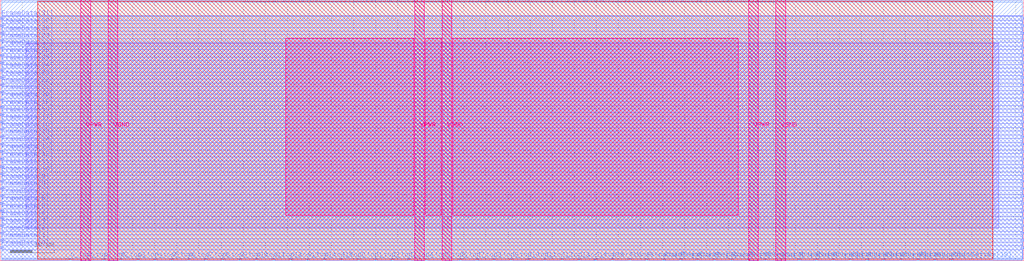
<source format=lef>
VERSION 5.7 ;
  NOWIREEXTENSIONATPIN ON ;
  DIVIDERCHAR "/" ;
  BUSBITCHARS "[]" ;
MACRO S_CPU_IF
  CLASS BLOCK ;
  FOREIGN S_CPU_IF ;
  ORIGIN 0.000 0.000 ;
  SIZE 231.840 BY 59.220 ;
  PIN Co
    DIRECTION OUTPUT ;
    USE SIGNAL ;
    ANTENNADIFFAREA 0.299200 ;
    PORT
      LAYER Metal3 ;
        RECT 104.920 58.820 105.320 59.220 ;
    END
  END Co
  PIN FrameData[0]
    DIRECTION INPUT ;
    USE SIGNAL ;
    ANTENNAGATEAREA 0.180700 ;
    PORT
      LAYER Metal2 ;
        RECT 0.000 2.740 0.450 3.140 ;
    END
  END FrameData[0]
  PIN FrameData[10]
    DIRECTION INPUT ;
    USE SIGNAL ;
    ANTENNAGATEAREA 0.180700 ;
    PORT
      LAYER Metal2 ;
        RECT 0.000 19.540 0.450 19.940 ;
    END
  END FrameData[10]
  PIN FrameData[11]
    DIRECTION INPUT ;
    USE SIGNAL ;
    ANTENNAGATEAREA 0.180700 ;
    PORT
      LAYER Metal2 ;
        RECT 0.000 21.220 0.450 21.620 ;
    END
  END FrameData[11]
  PIN FrameData[12]
    DIRECTION INPUT ;
    USE SIGNAL ;
    ANTENNAGATEAREA 0.180700 ;
    PORT
      LAYER Metal2 ;
        RECT 0.000 22.900 0.450 23.300 ;
    END
  END FrameData[12]
  PIN FrameData[13]
    DIRECTION INPUT ;
    USE SIGNAL ;
    ANTENNAGATEAREA 0.180700 ;
    PORT
      LAYER Metal2 ;
        RECT 0.000 24.580 0.450 24.980 ;
    END
  END FrameData[13]
  PIN FrameData[14]
    DIRECTION INPUT ;
    USE SIGNAL ;
    ANTENNAGATEAREA 0.180700 ;
    PORT
      LAYER Metal2 ;
        RECT 0.000 26.260 0.450 26.660 ;
    END
  END FrameData[14]
  PIN FrameData[15]
    DIRECTION INPUT ;
    USE SIGNAL ;
    ANTENNAGATEAREA 0.180700 ;
    PORT
      LAYER Metal2 ;
        RECT 0.000 27.940 0.450 28.340 ;
    END
  END FrameData[15]
  PIN FrameData[16]
    DIRECTION INPUT ;
    USE SIGNAL ;
    ANTENNAGATEAREA 0.180700 ;
    PORT
      LAYER Metal2 ;
        RECT 0.000 29.620 0.450 30.020 ;
    END
  END FrameData[16]
  PIN FrameData[17]
    DIRECTION INPUT ;
    USE SIGNAL ;
    ANTENNAGATEAREA 0.180700 ;
    PORT
      LAYER Metal2 ;
        RECT 0.000 31.300 0.450 31.700 ;
    END
  END FrameData[17]
  PIN FrameData[18]
    DIRECTION INPUT ;
    USE SIGNAL ;
    ANTENNAGATEAREA 0.180700 ;
    PORT
      LAYER Metal2 ;
        RECT 0.000 32.980 0.450 33.380 ;
    END
  END FrameData[18]
  PIN FrameData[19]
    DIRECTION INPUT ;
    USE SIGNAL ;
    ANTENNAGATEAREA 0.180700 ;
    PORT
      LAYER Metal2 ;
        RECT 0.000 34.660 0.450 35.060 ;
    END
  END FrameData[19]
  PIN FrameData[1]
    DIRECTION INPUT ;
    USE SIGNAL ;
    ANTENNAGATEAREA 0.180700 ;
    PORT
      LAYER Metal2 ;
        RECT 0.000 4.420 0.450 4.820 ;
    END
  END FrameData[1]
  PIN FrameData[20]
    DIRECTION INPUT ;
    USE SIGNAL ;
    ANTENNAGATEAREA 0.180700 ;
    PORT
      LAYER Metal2 ;
        RECT 0.000 36.340 0.450 36.740 ;
    END
  END FrameData[20]
  PIN FrameData[21]
    DIRECTION INPUT ;
    USE SIGNAL ;
    ANTENNAGATEAREA 0.180700 ;
    PORT
      LAYER Metal2 ;
        RECT 0.000 38.020 0.450 38.420 ;
    END
  END FrameData[21]
  PIN FrameData[22]
    DIRECTION INPUT ;
    USE SIGNAL ;
    ANTENNAGATEAREA 0.180700 ;
    PORT
      LAYER Metal2 ;
        RECT 0.000 39.700 0.450 40.100 ;
    END
  END FrameData[22]
  PIN FrameData[23]
    DIRECTION INPUT ;
    USE SIGNAL ;
    ANTENNAGATEAREA 0.180700 ;
    PORT
      LAYER Metal2 ;
        RECT 0.000 41.380 0.450 41.780 ;
    END
  END FrameData[23]
  PIN FrameData[24]
    DIRECTION INPUT ;
    USE SIGNAL ;
    ANTENNAGATEAREA 0.180700 ;
    PORT
      LAYER Metal2 ;
        RECT 0.000 43.060 0.450 43.460 ;
    END
  END FrameData[24]
  PIN FrameData[25]
    DIRECTION INPUT ;
    USE SIGNAL ;
    ANTENNAGATEAREA 0.180700 ;
    PORT
      LAYER Metal2 ;
        RECT 0.000 44.740 0.450 45.140 ;
    END
  END FrameData[25]
  PIN FrameData[26]
    DIRECTION INPUT ;
    USE SIGNAL ;
    ANTENNAGATEAREA 0.180700 ;
    PORT
      LAYER Metal2 ;
        RECT 0.000 46.420 0.450 46.820 ;
    END
  END FrameData[26]
  PIN FrameData[27]
    DIRECTION INPUT ;
    USE SIGNAL ;
    ANTENNAGATEAREA 0.180700 ;
    PORT
      LAYER Metal2 ;
        RECT 0.000 48.100 0.450 48.500 ;
    END
  END FrameData[27]
  PIN FrameData[28]
    DIRECTION INPUT ;
    USE SIGNAL ;
    ANTENNAGATEAREA 0.180700 ;
    PORT
      LAYER Metal2 ;
        RECT 0.000 49.780 0.450 50.180 ;
    END
  END FrameData[28]
  PIN FrameData[29]
    DIRECTION INPUT ;
    USE SIGNAL ;
    ANTENNAGATEAREA 0.180700 ;
    PORT
      LAYER Metal2 ;
        RECT 0.000 51.460 0.450 51.860 ;
    END
  END FrameData[29]
  PIN FrameData[2]
    DIRECTION INPUT ;
    USE SIGNAL ;
    ANTENNAGATEAREA 0.180700 ;
    PORT
      LAYER Metal2 ;
        RECT 0.000 6.100 0.450 6.500 ;
    END
  END FrameData[2]
  PIN FrameData[30]
    DIRECTION INPUT ;
    USE SIGNAL ;
    ANTENNAGATEAREA 0.180700 ;
    PORT
      LAYER Metal2 ;
        RECT 0.000 53.140 0.450 53.540 ;
    END
  END FrameData[30]
  PIN FrameData[31]
    DIRECTION INPUT ;
    USE SIGNAL ;
    ANTENNAGATEAREA 0.180700 ;
    PORT
      LAYER Metal2 ;
        RECT 0.000 54.820 0.450 55.220 ;
    END
  END FrameData[31]
  PIN FrameData[3]
    DIRECTION INPUT ;
    USE SIGNAL ;
    ANTENNAGATEAREA 0.180700 ;
    PORT
      LAYER Metal2 ;
        RECT 0.000 7.780 0.450 8.180 ;
    END
  END FrameData[3]
  PIN FrameData[4]
    DIRECTION INPUT ;
    USE SIGNAL ;
    ANTENNAGATEAREA 0.180700 ;
    PORT
      LAYER Metal2 ;
        RECT 0.000 9.460 0.450 9.860 ;
    END
  END FrameData[4]
  PIN FrameData[5]
    DIRECTION INPUT ;
    USE SIGNAL ;
    ANTENNAGATEAREA 0.180700 ;
    PORT
      LAYER Metal2 ;
        RECT 0.000 11.140 0.450 11.540 ;
    END
  END FrameData[5]
  PIN FrameData[6]
    DIRECTION INPUT ;
    USE SIGNAL ;
    ANTENNAGATEAREA 0.180700 ;
    PORT
      LAYER Metal2 ;
        RECT 0.000 12.820 0.450 13.220 ;
    END
  END FrameData[6]
  PIN FrameData[7]
    DIRECTION INPUT ;
    USE SIGNAL ;
    ANTENNAGATEAREA 0.180700 ;
    PORT
      LAYER Metal2 ;
        RECT 0.000 14.500 0.450 14.900 ;
    END
  END FrameData[7]
  PIN FrameData[8]
    DIRECTION INPUT ;
    USE SIGNAL ;
    ANTENNAGATEAREA 0.180700 ;
    PORT
      LAYER Metal2 ;
        RECT 0.000 16.180 0.450 16.580 ;
    END
  END FrameData[8]
  PIN FrameData[9]
    DIRECTION INPUT ;
    USE SIGNAL ;
    ANTENNAGATEAREA 0.180700 ;
    PORT
      LAYER Metal2 ;
        RECT 0.000 17.860 0.450 18.260 ;
    END
  END FrameData[9]
  PIN FrameData_O[0]
    DIRECTION OUTPUT ;
    USE SIGNAL ;
    ANTENNADIFFAREA 0.654800 ;
    PORT
      LAYER Metal2 ;
        RECT 231.390 2.740 231.840 3.140 ;
    END
  END FrameData_O[0]
  PIN FrameData_O[10]
    DIRECTION OUTPUT ;
    USE SIGNAL ;
    ANTENNADIFFAREA 0.654800 ;
    PORT
      LAYER Metal2 ;
        RECT 231.390 19.540 231.840 19.940 ;
    END
  END FrameData_O[10]
  PIN FrameData_O[11]
    DIRECTION OUTPUT ;
    USE SIGNAL ;
    ANTENNADIFFAREA 0.654800 ;
    PORT
      LAYER Metal2 ;
        RECT 231.390 21.220 231.840 21.620 ;
    END
  END FrameData_O[11]
  PIN FrameData_O[12]
    DIRECTION OUTPUT ;
    USE SIGNAL ;
    ANTENNADIFFAREA 0.654800 ;
    PORT
      LAYER Metal2 ;
        RECT 231.390 22.900 231.840 23.300 ;
    END
  END FrameData_O[12]
  PIN FrameData_O[13]
    DIRECTION OUTPUT ;
    USE SIGNAL ;
    ANTENNADIFFAREA 0.654800 ;
    PORT
      LAYER Metal2 ;
        RECT 231.390 24.580 231.840 24.980 ;
    END
  END FrameData_O[13]
  PIN FrameData_O[14]
    DIRECTION OUTPUT ;
    USE SIGNAL ;
    ANTENNADIFFAREA 0.654800 ;
    PORT
      LAYER Metal2 ;
        RECT 231.390 26.260 231.840 26.660 ;
    END
  END FrameData_O[14]
  PIN FrameData_O[15]
    DIRECTION OUTPUT ;
    USE SIGNAL ;
    ANTENNADIFFAREA 0.654800 ;
    PORT
      LAYER Metal2 ;
        RECT 231.390 27.940 231.840 28.340 ;
    END
  END FrameData_O[15]
  PIN FrameData_O[16]
    DIRECTION OUTPUT ;
    USE SIGNAL ;
    ANTENNADIFFAREA 0.654800 ;
    PORT
      LAYER Metal2 ;
        RECT 231.390 29.620 231.840 30.020 ;
    END
  END FrameData_O[16]
  PIN FrameData_O[17]
    DIRECTION OUTPUT ;
    USE SIGNAL ;
    ANTENNADIFFAREA 0.654800 ;
    PORT
      LAYER Metal2 ;
        RECT 231.390 31.300 231.840 31.700 ;
    END
  END FrameData_O[17]
  PIN FrameData_O[18]
    DIRECTION OUTPUT ;
    USE SIGNAL ;
    ANTENNADIFFAREA 0.654800 ;
    PORT
      LAYER Metal2 ;
        RECT 231.390 32.980 231.840 33.380 ;
    END
  END FrameData_O[18]
  PIN FrameData_O[19]
    DIRECTION OUTPUT ;
    USE SIGNAL ;
    ANTENNADIFFAREA 0.654800 ;
    PORT
      LAYER Metal2 ;
        RECT 231.390 34.660 231.840 35.060 ;
    END
  END FrameData_O[19]
  PIN FrameData_O[1]
    DIRECTION OUTPUT ;
    USE SIGNAL ;
    ANTENNADIFFAREA 0.654800 ;
    PORT
      LAYER Metal2 ;
        RECT 231.390 4.420 231.840 4.820 ;
    END
  END FrameData_O[1]
  PIN FrameData_O[20]
    DIRECTION OUTPUT ;
    USE SIGNAL ;
    ANTENNADIFFAREA 0.654800 ;
    PORT
      LAYER Metal2 ;
        RECT 231.390 36.340 231.840 36.740 ;
    END
  END FrameData_O[20]
  PIN FrameData_O[21]
    DIRECTION OUTPUT ;
    USE SIGNAL ;
    ANTENNADIFFAREA 0.654800 ;
    PORT
      LAYER Metal2 ;
        RECT 231.390 38.020 231.840 38.420 ;
    END
  END FrameData_O[21]
  PIN FrameData_O[22]
    DIRECTION OUTPUT ;
    USE SIGNAL ;
    ANTENNADIFFAREA 0.654800 ;
    PORT
      LAYER Metal2 ;
        RECT 231.390 39.700 231.840 40.100 ;
    END
  END FrameData_O[22]
  PIN FrameData_O[23]
    DIRECTION OUTPUT ;
    USE SIGNAL ;
    ANTENNADIFFAREA 0.654800 ;
    PORT
      LAYER Metal2 ;
        RECT 231.390 41.380 231.840 41.780 ;
    END
  END FrameData_O[23]
  PIN FrameData_O[24]
    DIRECTION OUTPUT ;
    USE SIGNAL ;
    ANTENNADIFFAREA 0.654800 ;
    PORT
      LAYER Metal2 ;
        RECT 231.390 43.060 231.840 43.460 ;
    END
  END FrameData_O[24]
  PIN FrameData_O[25]
    DIRECTION OUTPUT ;
    USE SIGNAL ;
    ANTENNADIFFAREA 0.654800 ;
    PORT
      LAYER Metal2 ;
        RECT 231.390 44.740 231.840 45.140 ;
    END
  END FrameData_O[25]
  PIN FrameData_O[26]
    DIRECTION OUTPUT ;
    USE SIGNAL ;
    ANTENNADIFFAREA 0.654800 ;
    PORT
      LAYER Metal2 ;
        RECT 231.390 46.420 231.840 46.820 ;
    END
  END FrameData_O[26]
  PIN FrameData_O[27]
    DIRECTION OUTPUT ;
    USE SIGNAL ;
    ANTENNADIFFAREA 0.654800 ;
    PORT
      LAYER Metal2 ;
        RECT 231.390 48.100 231.840 48.500 ;
    END
  END FrameData_O[27]
  PIN FrameData_O[28]
    DIRECTION OUTPUT ;
    USE SIGNAL ;
    ANTENNADIFFAREA 0.654800 ;
    PORT
      LAYER Metal2 ;
        RECT 231.390 49.780 231.840 50.180 ;
    END
  END FrameData_O[28]
  PIN FrameData_O[29]
    DIRECTION OUTPUT ;
    USE SIGNAL ;
    ANTENNADIFFAREA 0.654800 ;
    PORT
      LAYER Metal2 ;
        RECT 231.390 51.460 231.840 51.860 ;
    END
  END FrameData_O[29]
  PIN FrameData_O[2]
    DIRECTION OUTPUT ;
    USE SIGNAL ;
    ANTENNADIFFAREA 0.654800 ;
    PORT
      LAYER Metal2 ;
        RECT 231.390 6.100 231.840 6.500 ;
    END
  END FrameData_O[2]
  PIN FrameData_O[30]
    DIRECTION OUTPUT ;
    USE SIGNAL ;
    ANTENNADIFFAREA 0.654800 ;
    PORT
      LAYER Metal2 ;
        RECT 231.390 53.140 231.840 53.540 ;
    END
  END FrameData_O[30]
  PIN FrameData_O[31]
    DIRECTION OUTPUT ;
    USE SIGNAL ;
    ANTENNADIFFAREA 0.654800 ;
    PORT
      LAYER Metal2 ;
        RECT 231.390 54.820 231.840 55.220 ;
    END
  END FrameData_O[31]
  PIN FrameData_O[3]
    DIRECTION OUTPUT ;
    USE SIGNAL ;
    ANTENNADIFFAREA 0.654800 ;
    PORT
      LAYER Metal2 ;
        RECT 231.390 7.780 231.840 8.180 ;
    END
  END FrameData_O[3]
  PIN FrameData_O[4]
    DIRECTION OUTPUT ;
    USE SIGNAL ;
    ANTENNADIFFAREA 0.654800 ;
    PORT
      LAYER Metal2 ;
        RECT 231.390 9.460 231.840 9.860 ;
    END
  END FrameData_O[4]
  PIN FrameData_O[5]
    DIRECTION OUTPUT ;
    USE SIGNAL ;
    ANTENNADIFFAREA 0.654800 ;
    PORT
      LAYER Metal2 ;
        RECT 231.390 11.140 231.840 11.540 ;
    END
  END FrameData_O[5]
  PIN FrameData_O[6]
    DIRECTION OUTPUT ;
    USE SIGNAL ;
    ANTENNADIFFAREA 0.654800 ;
    PORT
      LAYER Metal2 ;
        RECT 231.390 12.820 231.840 13.220 ;
    END
  END FrameData_O[6]
  PIN FrameData_O[7]
    DIRECTION OUTPUT ;
    USE SIGNAL ;
    ANTENNADIFFAREA 0.654800 ;
    PORT
      LAYER Metal2 ;
        RECT 231.390 14.500 231.840 14.900 ;
    END
  END FrameData_O[7]
  PIN FrameData_O[8]
    DIRECTION OUTPUT ;
    USE SIGNAL ;
    ANTENNADIFFAREA 0.654800 ;
    PORT
      LAYER Metal2 ;
        RECT 231.390 16.180 231.840 16.580 ;
    END
  END FrameData_O[8]
  PIN FrameData_O[9]
    DIRECTION OUTPUT ;
    USE SIGNAL ;
    ANTENNADIFFAREA 0.654800 ;
    PORT
      LAYER Metal2 ;
        RECT 231.390 17.860 231.840 18.260 ;
    END
  END FrameData_O[9]
  PIN FrameStrobe[0]
    DIRECTION INPUT ;
    USE SIGNAL ;
    ANTENNAGATEAREA 0.180700 ;
    PORT
      LAYER Metal3 ;
        RECT 142.360 0.000 142.760 0.400 ;
    END
  END FrameStrobe[0]
  PIN FrameStrobe[10]
    DIRECTION INPUT ;
    USE SIGNAL ;
    ANTENNAGATEAREA 0.180700 ;
    PORT
      LAYER Metal3 ;
        RECT 180.760 0.000 181.160 0.400 ;
    END
  END FrameStrobe[10]
  PIN FrameStrobe[11]
    DIRECTION INPUT ;
    USE SIGNAL ;
    ANTENNAGATEAREA 0.180700 ;
    PORT
      LAYER Metal3 ;
        RECT 184.600 0.000 185.000 0.400 ;
    END
  END FrameStrobe[11]
  PIN FrameStrobe[12]
    DIRECTION INPUT ;
    USE SIGNAL ;
    ANTENNAGATEAREA 0.180700 ;
    PORT
      LAYER Metal3 ;
        RECT 188.440 0.000 188.840 0.400 ;
    END
  END FrameStrobe[12]
  PIN FrameStrobe[13]
    DIRECTION INPUT ;
    USE SIGNAL ;
    ANTENNAGATEAREA 0.180700 ;
    PORT
      LAYER Metal3 ;
        RECT 192.280 0.000 192.680 0.400 ;
    END
  END FrameStrobe[13]
  PIN FrameStrobe[14]
    DIRECTION INPUT ;
    USE SIGNAL ;
    ANTENNAGATEAREA 0.180700 ;
    PORT
      LAYER Metal3 ;
        RECT 196.120 0.000 196.520 0.400 ;
    END
  END FrameStrobe[14]
  PIN FrameStrobe[15]
    DIRECTION INPUT ;
    USE SIGNAL ;
    ANTENNAGATEAREA 0.180700 ;
    PORT
      LAYER Metal3 ;
        RECT 199.960 0.000 200.360 0.400 ;
    END
  END FrameStrobe[15]
  PIN FrameStrobe[16]
    DIRECTION INPUT ;
    USE SIGNAL ;
    ANTENNAGATEAREA 0.180700 ;
    PORT
      LAYER Metal3 ;
        RECT 203.800 0.000 204.200 0.400 ;
    END
  END FrameStrobe[16]
  PIN FrameStrobe[17]
    DIRECTION INPUT ;
    USE SIGNAL ;
    ANTENNAGATEAREA 0.180700 ;
    PORT
      LAYER Metal3 ;
        RECT 207.640 0.000 208.040 0.400 ;
    END
  END FrameStrobe[17]
  PIN FrameStrobe[18]
    DIRECTION INPUT ;
    USE SIGNAL ;
    ANTENNAGATEAREA 0.180700 ;
    PORT
      LAYER Metal3 ;
        RECT 211.480 0.000 211.880 0.400 ;
    END
  END FrameStrobe[18]
  PIN FrameStrobe[19]
    DIRECTION INPUT ;
    USE SIGNAL ;
    ANTENNAGATEAREA 0.180700 ;
    PORT
      LAYER Metal3 ;
        RECT 215.320 0.000 215.720 0.400 ;
    END
  END FrameStrobe[19]
  PIN FrameStrobe[1]
    DIRECTION INPUT ;
    USE SIGNAL ;
    ANTENNAGATEAREA 0.180700 ;
    PORT
      LAYER Metal3 ;
        RECT 146.200 0.000 146.600 0.400 ;
    END
  END FrameStrobe[1]
  PIN FrameStrobe[2]
    DIRECTION INPUT ;
    USE SIGNAL ;
    ANTENNAGATEAREA 0.180700 ;
    PORT
      LAYER Metal3 ;
        RECT 150.040 0.000 150.440 0.400 ;
    END
  END FrameStrobe[2]
  PIN FrameStrobe[3]
    DIRECTION INPUT ;
    USE SIGNAL ;
    ANTENNAGATEAREA 0.180700 ;
    PORT
      LAYER Metal3 ;
        RECT 153.880 0.000 154.280 0.400 ;
    END
  END FrameStrobe[3]
  PIN FrameStrobe[4]
    DIRECTION INPUT ;
    USE SIGNAL ;
    ANTENNAGATEAREA 0.180700 ;
    PORT
      LAYER Metal3 ;
        RECT 157.720 0.000 158.120 0.400 ;
    END
  END FrameStrobe[4]
  PIN FrameStrobe[5]
    DIRECTION INPUT ;
    USE SIGNAL ;
    ANTENNAGATEAREA 0.180700 ;
    PORT
      LAYER Metal3 ;
        RECT 161.560 0.000 161.960 0.400 ;
    END
  END FrameStrobe[5]
  PIN FrameStrobe[6]
    DIRECTION INPUT ;
    USE SIGNAL ;
    ANTENNAGATEAREA 0.180700 ;
    PORT
      LAYER Metal3 ;
        RECT 165.400 0.000 165.800 0.400 ;
    END
  END FrameStrobe[6]
  PIN FrameStrobe[7]
    DIRECTION INPUT ;
    USE SIGNAL ;
    ANTENNAGATEAREA 0.180700 ;
    PORT
      LAYER Metal3 ;
        RECT 169.240 0.000 169.640 0.400 ;
    END
  END FrameStrobe[7]
  PIN FrameStrobe[8]
    DIRECTION INPUT ;
    USE SIGNAL ;
    ANTENNAGATEAREA 0.180700 ;
    PORT
      LAYER Metal3 ;
        RECT 173.080 0.000 173.480 0.400 ;
    END
  END FrameStrobe[8]
  PIN FrameStrobe[9]
    DIRECTION INPUT ;
    USE SIGNAL ;
    ANTENNAGATEAREA 0.180700 ;
    PORT
      LAYER Metal3 ;
        RECT 176.920 0.000 177.320 0.400 ;
    END
  END FrameStrobe[9]
  PIN FrameStrobe_O[0]
    DIRECTION OUTPUT ;
    USE SIGNAL ;
    ANTENNADIFFAREA 0.654800 ;
    PORT
      LAYER Metal3 ;
        RECT 156.760 58.820 157.160 59.220 ;
    END
  END FrameStrobe_O[0]
  PIN FrameStrobe_O[10]
    DIRECTION OUTPUT ;
    USE SIGNAL ;
    ANTENNADIFFAREA 0.654800 ;
    PORT
      LAYER Metal3 ;
        RECT 166.360 58.820 166.760 59.220 ;
    END
  END FrameStrobe_O[10]
  PIN FrameStrobe_O[11]
    DIRECTION OUTPUT ;
    USE SIGNAL ;
    ANTENNADIFFAREA 0.654800 ;
    PORT
      LAYER Metal3 ;
        RECT 167.320 58.820 167.720 59.220 ;
    END
  END FrameStrobe_O[11]
  PIN FrameStrobe_O[12]
    DIRECTION OUTPUT ;
    USE SIGNAL ;
    ANTENNADIFFAREA 0.654800 ;
    PORT
      LAYER Metal3 ;
        RECT 168.280 58.820 168.680 59.220 ;
    END
  END FrameStrobe_O[12]
  PIN FrameStrobe_O[13]
    DIRECTION OUTPUT ;
    USE SIGNAL ;
    ANTENNADIFFAREA 0.654800 ;
    PORT
      LAYER Metal3 ;
        RECT 169.240 58.820 169.640 59.220 ;
    END
  END FrameStrobe_O[13]
  PIN FrameStrobe_O[14]
    DIRECTION OUTPUT ;
    USE SIGNAL ;
    ANTENNADIFFAREA 0.654800 ;
    PORT
      LAYER Metal3 ;
        RECT 170.200 58.820 170.600 59.220 ;
    END
  END FrameStrobe_O[14]
  PIN FrameStrobe_O[15]
    DIRECTION OUTPUT ;
    USE SIGNAL ;
    ANTENNADIFFAREA 0.654800 ;
    PORT
      LAYER Metal3 ;
        RECT 171.160 58.820 171.560 59.220 ;
    END
  END FrameStrobe_O[15]
  PIN FrameStrobe_O[16]
    DIRECTION OUTPUT ;
    USE SIGNAL ;
    ANTENNADIFFAREA 0.654800 ;
    PORT
      LAYER Metal3 ;
        RECT 172.120 58.820 172.520 59.220 ;
    END
  END FrameStrobe_O[16]
  PIN FrameStrobe_O[17]
    DIRECTION OUTPUT ;
    USE SIGNAL ;
    ANTENNADIFFAREA 0.654800 ;
    PORT
      LAYER Metal3 ;
        RECT 173.080 58.820 173.480 59.220 ;
    END
  END FrameStrobe_O[17]
  PIN FrameStrobe_O[18]
    DIRECTION OUTPUT ;
    USE SIGNAL ;
    ANTENNADIFFAREA 0.654800 ;
    PORT
      LAYER Metal3 ;
        RECT 174.040 58.820 174.440 59.220 ;
    END
  END FrameStrobe_O[18]
  PIN FrameStrobe_O[19]
    DIRECTION OUTPUT ;
    USE SIGNAL ;
    ANTENNADIFFAREA 0.654800 ;
    PORT
      LAYER Metal3 ;
        RECT 175.000 58.820 175.400 59.220 ;
    END
  END FrameStrobe_O[19]
  PIN FrameStrobe_O[1]
    DIRECTION OUTPUT ;
    USE SIGNAL ;
    ANTENNADIFFAREA 0.654800 ;
    PORT
      LAYER Metal3 ;
        RECT 157.720 58.820 158.120 59.220 ;
    END
  END FrameStrobe_O[1]
  PIN FrameStrobe_O[2]
    DIRECTION OUTPUT ;
    USE SIGNAL ;
    ANTENNADIFFAREA 0.654800 ;
    PORT
      LAYER Metal3 ;
        RECT 158.680 58.820 159.080 59.220 ;
    END
  END FrameStrobe_O[2]
  PIN FrameStrobe_O[3]
    DIRECTION OUTPUT ;
    USE SIGNAL ;
    ANTENNADIFFAREA 0.654800 ;
    PORT
      LAYER Metal3 ;
        RECT 159.640 58.820 160.040 59.220 ;
    END
  END FrameStrobe_O[3]
  PIN FrameStrobe_O[4]
    DIRECTION OUTPUT ;
    USE SIGNAL ;
    ANTENNADIFFAREA 0.654800 ;
    PORT
      LAYER Metal3 ;
        RECT 160.600 58.820 161.000 59.220 ;
    END
  END FrameStrobe_O[4]
  PIN FrameStrobe_O[5]
    DIRECTION OUTPUT ;
    USE SIGNAL ;
    ANTENNADIFFAREA 0.654800 ;
    PORT
      LAYER Metal3 ;
        RECT 161.560 58.820 161.960 59.220 ;
    END
  END FrameStrobe_O[5]
  PIN FrameStrobe_O[6]
    DIRECTION OUTPUT ;
    USE SIGNAL ;
    ANTENNADIFFAREA 0.654800 ;
    PORT
      LAYER Metal3 ;
        RECT 162.520 58.820 162.920 59.220 ;
    END
  END FrameStrobe_O[6]
  PIN FrameStrobe_O[7]
    DIRECTION OUTPUT ;
    USE SIGNAL ;
    ANTENNADIFFAREA 0.654800 ;
    PORT
      LAYER Metal3 ;
        RECT 163.480 58.820 163.880 59.220 ;
    END
  END FrameStrobe_O[7]
  PIN FrameStrobe_O[8]
    DIRECTION OUTPUT ;
    USE SIGNAL ;
    ANTENNADIFFAREA 0.654800 ;
    PORT
      LAYER Metal3 ;
        RECT 164.440 58.820 164.840 59.220 ;
    END
  END FrameStrobe_O[8]
  PIN FrameStrobe_O[9]
    DIRECTION OUTPUT ;
    USE SIGNAL ;
    ANTENNADIFFAREA 0.654800 ;
    PORT
      LAYER Metal3 ;
        RECT 165.400 58.820 165.800 59.220 ;
    END
  END FrameStrobe_O[9]
  PIN I_top0
    DIRECTION OUTPUT ;
    USE SIGNAL ;
    ANTENNADIFFAREA 0.654800 ;
    PORT
      LAYER Metal3 ;
        RECT 77.080 0.000 77.480 0.400 ;
    END
  END I_top0
  PIN I_top1
    DIRECTION OUTPUT ;
    USE SIGNAL ;
    ANTENNADIFFAREA 0.654800 ;
    PORT
      LAYER Metal3 ;
        RECT 80.920 0.000 81.320 0.400 ;
    END
  END I_top1
  PIN I_top10
    DIRECTION OUTPUT ;
    USE SIGNAL ;
    ANTENNADIFFAREA 0.654800 ;
    PORT
      LAYER Metal3 ;
        RECT 115.480 0.000 115.880 0.400 ;
    END
  END I_top10
  PIN I_top11
    DIRECTION OUTPUT ;
    USE SIGNAL ;
    ANTENNADIFFAREA 0.654800 ;
    PORT
      LAYER Metal3 ;
        RECT 119.320 0.000 119.720 0.400 ;
    END
  END I_top11
  PIN I_top12
    DIRECTION OUTPUT ;
    USE SIGNAL ;
    ANTENNADIFFAREA 0.654800 ;
    PORT
      LAYER Metal3 ;
        RECT 123.160 0.000 123.560 0.400 ;
    END
  END I_top12
  PIN I_top13
    DIRECTION OUTPUT ;
    USE SIGNAL ;
    ANTENNADIFFAREA 0.654800 ;
    PORT
      LAYER Metal3 ;
        RECT 127.000 0.000 127.400 0.400 ;
    END
  END I_top13
  PIN I_top14
    DIRECTION OUTPUT ;
    USE SIGNAL ;
    ANTENNADIFFAREA 0.654800 ;
    PORT
      LAYER Metal3 ;
        RECT 130.840 0.000 131.240 0.400 ;
    END
  END I_top14
  PIN I_top15
    DIRECTION OUTPUT ;
    USE SIGNAL ;
    ANTENNADIFFAREA 0.654800 ;
    PORT
      LAYER Metal3 ;
        RECT 134.680 0.000 135.080 0.400 ;
    END
  END I_top15
  PIN I_top2
    DIRECTION OUTPUT ;
    USE SIGNAL ;
    ANTENNADIFFAREA 0.654800 ;
    PORT
      LAYER Metal3 ;
        RECT 84.760 0.000 85.160 0.400 ;
    END
  END I_top2
  PIN I_top3
    DIRECTION OUTPUT ;
    USE SIGNAL ;
    ANTENNADIFFAREA 0.654800 ;
    PORT
      LAYER Metal3 ;
        RECT 88.600 0.000 89.000 0.400 ;
    END
  END I_top3
  PIN I_top4
    DIRECTION OUTPUT ;
    USE SIGNAL ;
    ANTENNADIFFAREA 0.654800 ;
    PORT
      LAYER Metal3 ;
        RECT 92.440 0.000 92.840 0.400 ;
    END
  END I_top4
  PIN I_top5
    DIRECTION OUTPUT ;
    USE SIGNAL ;
    ANTENNADIFFAREA 0.654800 ;
    PORT
      LAYER Metal3 ;
        RECT 96.280 0.000 96.680 0.400 ;
    END
  END I_top5
  PIN I_top6
    DIRECTION OUTPUT ;
    USE SIGNAL ;
    ANTENNADIFFAREA 0.654800 ;
    PORT
      LAYER Metal3 ;
        RECT 100.120 0.000 100.520 0.400 ;
    END
  END I_top6
  PIN I_top7
    DIRECTION OUTPUT ;
    USE SIGNAL ;
    ANTENNADIFFAREA 0.654800 ;
    PORT
      LAYER Metal3 ;
        RECT 103.960 0.000 104.360 0.400 ;
    END
  END I_top7
  PIN I_top8
    DIRECTION OUTPUT ;
    USE SIGNAL ;
    ANTENNADIFFAREA 0.654800 ;
    PORT
      LAYER Metal3 ;
        RECT 107.800 0.000 108.200 0.400 ;
    END
  END I_top8
  PIN I_top9
    DIRECTION OUTPUT ;
    USE SIGNAL ;
    ANTENNADIFFAREA 0.654800 ;
    PORT
      LAYER Metal3 ;
        RECT 111.640 0.000 112.040 0.400 ;
    END
  END I_top9
  PIN N1BEG[0]
    DIRECTION OUTPUT ;
    USE SIGNAL ;
    ANTENNADIFFAREA 0.654800 ;
    PORT
      LAYER Metal3 ;
        RECT 55.000 58.820 55.400 59.220 ;
    END
  END N1BEG[0]
  PIN N1BEG[1]
    DIRECTION OUTPUT ;
    USE SIGNAL ;
    ANTENNADIFFAREA 0.654800 ;
    PORT
      LAYER Metal3 ;
        RECT 55.960 58.820 56.360 59.220 ;
    END
  END N1BEG[1]
  PIN N1BEG[2]
    DIRECTION OUTPUT ;
    USE SIGNAL ;
    ANTENNADIFFAREA 0.654800 ;
    PORT
      LAYER Metal3 ;
        RECT 56.920 58.820 57.320 59.220 ;
    END
  END N1BEG[2]
  PIN N1BEG[3]
    DIRECTION OUTPUT ;
    USE SIGNAL ;
    ANTENNADIFFAREA 0.654800 ;
    PORT
      LAYER Metal3 ;
        RECT 57.880 58.820 58.280 59.220 ;
    END
  END N1BEG[3]
  PIN N2BEG[0]
    DIRECTION OUTPUT ;
    USE SIGNAL ;
    ANTENNADIFFAREA 0.654800 ;
    PORT
      LAYER Metal3 ;
        RECT 58.840 58.820 59.240 59.220 ;
    END
  END N2BEG[0]
  PIN N2BEG[1]
    DIRECTION OUTPUT ;
    USE SIGNAL ;
    ANTENNADIFFAREA 0.654800 ;
    PORT
      LAYER Metal3 ;
        RECT 59.800 58.820 60.200 59.220 ;
    END
  END N2BEG[1]
  PIN N2BEG[2]
    DIRECTION OUTPUT ;
    USE SIGNAL ;
    ANTENNADIFFAREA 0.654800 ;
    PORT
      LAYER Metal3 ;
        RECT 60.760 58.820 61.160 59.220 ;
    END
  END N2BEG[2]
  PIN N2BEG[3]
    DIRECTION OUTPUT ;
    USE SIGNAL ;
    ANTENNADIFFAREA 0.654800 ;
    PORT
      LAYER Metal3 ;
        RECT 61.720 58.820 62.120 59.220 ;
    END
  END N2BEG[3]
  PIN N2BEG[4]
    DIRECTION OUTPUT ;
    USE SIGNAL ;
    ANTENNADIFFAREA 0.654800 ;
    PORT
      LAYER Metal3 ;
        RECT 62.680 58.820 63.080 59.220 ;
    END
  END N2BEG[4]
  PIN N2BEG[5]
    DIRECTION OUTPUT ;
    USE SIGNAL ;
    ANTENNADIFFAREA 0.654800 ;
    PORT
      LAYER Metal3 ;
        RECT 63.640 58.820 64.040 59.220 ;
    END
  END N2BEG[5]
  PIN N2BEG[6]
    DIRECTION OUTPUT ;
    USE SIGNAL ;
    ANTENNADIFFAREA 0.654800 ;
    PORT
      LAYER Metal3 ;
        RECT 64.600 58.820 65.000 59.220 ;
    END
  END N2BEG[6]
  PIN N2BEG[7]
    DIRECTION OUTPUT ;
    USE SIGNAL ;
    ANTENNADIFFAREA 0.654800 ;
    PORT
      LAYER Metal3 ;
        RECT 65.560 58.820 65.960 59.220 ;
    END
  END N2BEG[7]
  PIN N2BEGb[0]
    DIRECTION OUTPUT ;
    USE SIGNAL ;
    ANTENNADIFFAREA 0.654800 ;
    PORT
      LAYER Metal3 ;
        RECT 66.520 58.820 66.920 59.220 ;
    END
  END N2BEGb[0]
  PIN N2BEGb[1]
    DIRECTION OUTPUT ;
    USE SIGNAL ;
    ANTENNADIFFAREA 0.654800 ;
    PORT
      LAYER Metal3 ;
        RECT 67.480 58.820 67.880 59.220 ;
    END
  END N2BEGb[1]
  PIN N2BEGb[2]
    DIRECTION OUTPUT ;
    USE SIGNAL ;
    ANTENNADIFFAREA 0.654800 ;
    PORT
      LAYER Metal3 ;
        RECT 68.440 58.820 68.840 59.220 ;
    END
  END N2BEGb[2]
  PIN N2BEGb[3]
    DIRECTION OUTPUT ;
    USE SIGNAL ;
    ANTENNADIFFAREA 0.654800 ;
    PORT
      LAYER Metal3 ;
        RECT 69.400 58.820 69.800 59.220 ;
    END
  END N2BEGb[3]
  PIN N2BEGb[4]
    DIRECTION OUTPUT ;
    USE SIGNAL ;
    ANTENNADIFFAREA 0.654800 ;
    PORT
      LAYER Metal3 ;
        RECT 70.360 58.820 70.760 59.220 ;
    END
  END N2BEGb[4]
  PIN N2BEGb[5]
    DIRECTION OUTPUT ;
    USE SIGNAL ;
    ANTENNADIFFAREA 0.654800 ;
    PORT
      LAYER Metal3 ;
        RECT 71.320 58.820 71.720 59.220 ;
    END
  END N2BEGb[5]
  PIN N2BEGb[6]
    DIRECTION OUTPUT ;
    USE SIGNAL ;
    ANTENNADIFFAREA 0.654800 ;
    PORT
      LAYER Metal3 ;
        RECT 72.280 58.820 72.680 59.220 ;
    END
  END N2BEGb[6]
  PIN N2BEGb[7]
    DIRECTION OUTPUT ;
    USE SIGNAL ;
    ANTENNADIFFAREA 0.654800 ;
    PORT
      LAYER Metal3 ;
        RECT 73.240 58.820 73.640 59.220 ;
    END
  END N2BEGb[7]
  PIN N4BEG[0]
    DIRECTION OUTPUT ;
    USE SIGNAL ;
    ANTENNADIFFAREA 0.654800 ;
    PORT
      LAYER Metal3 ;
        RECT 74.200 58.820 74.600 59.220 ;
    END
  END N4BEG[0]
  PIN N4BEG[10]
    DIRECTION OUTPUT ;
    USE SIGNAL ;
    ANTENNADIFFAREA 0.654800 ;
    PORT
      LAYER Metal3 ;
        RECT 83.800 58.820 84.200 59.220 ;
    END
  END N4BEG[10]
  PIN N4BEG[11]
    DIRECTION OUTPUT ;
    USE SIGNAL ;
    ANTENNADIFFAREA 0.654800 ;
    PORT
      LAYER Metal3 ;
        RECT 84.760 58.820 85.160 59.220 ;
    END
  END N4BEG[11]
  PIN N4BEG[12]
    DIRECTION OUTPUT ;
    USE SIGNAL ;
    ANTENNADIFFAREA 0.654800 ;
    PORT
      LAYER Metal3 ;
        RECT 85.720 58.820 86.120 59.220 ;
    END
  END N4BEG[12]
  PIN N4BEG[13]
    DIRECTION OUTPUT ;
    USE SIGNAL ;
    ANTENNADIFFAREA 0.654800 ;
    PORT
      LAYER Metal3 ;
        RECT 86.680 58.820 87.080 59.220 ;
    END
  END N4BEG[13]
  PIN N4BEG[14]
    DIRECTION OUTPUT ;
    USE SIGNAL ;
    ANTENNADIFFAREA 0.654800 ;
    PORT
      LAYER Metal3 ;
        RECT 87.640 58.820 88.040 59.220 ;
    END
  END N4BEG[14]
  PIN N4BEG[15]
    DIRECTION OUTPUT ;
    USE SIGNAL ;
    ANTENNADIFFAREA 0.654800 ;
    PORT
      LAYER Metal3 ;
        RECT 88.600 58.820 89.000 59.220 ;
    END
  END N4BEG[15]
  PIN N4BEG[1]
    DIRECTION OUTPUT ;
    USE SIGNAL ;
    ANTENNADIFFAREA 0.654800 ;
    PORT
      LAYER Metal3 ;
        RECT 75.160 58.820 75.560 59.220 ;
    END
  END N4BEG[1]
  PIN N4BEG[2]
    DIRECTION OUTPUT ;
    USE SIGNAL ;
    ANTENNADIFFAREA 0.654800 ;
    PORT
      LAYER Metal3 ;
        RECT 76.120 58.820 76.520 59.220 ;
    END
  END N4BEG[2]
  PIN N4BEG[3]
    DIRECTION OUTPUT ;
    USE SIGNAL ;
    ANTENNADIFFAREA 0.654800 ;
    PORT
      LAYER Metal3 ;
        RECT 77.080 58.820 77.480 59.220 ;
    END
  END N4BEG[3]
  PIN N4BEG[4]
    DIRECTION OUTPUT ;
    USE SIGNAL ;
    ANTENNADIFFAREA 0.654800 ;
    PORT
      LAYER Metal3 ;
        RECT 78.040 58.820 78.440 59.220 ;
    END
  END N4BEG[4]
  PIN N4BEG[5]
    DIRECTION OUTPUT ;
    USE SIGNAL ;
    ANTENNADIFFAREA 0.654800 ;
    PORT
      LAYER Metal3 ;
        RECT 79.000 58.820 79.400 59.220 ;
    END
  END N4BEG[5]
  PIN N4BEG[6]
    DIRECTION OUTPUT ;
    USE SIGNAL ;
    ANTENNADIFFAREA 0.654800 ;
    PORT
      LAYER Metal3 ;
        RECT 79.960 58.820 80.360 59.220 ;
    END
  END N4BEG[6]
  PIN N4BEG[7]
    DIRECTION OUTPUT ;
    USE SIGNAL ;
    ANTENNADIFFAREA 0.654800 ;
    PORT
      LAYER Metal3 ;
        RECT 80.920 58.820 81.320 59.220 ;
    END
  END N4BEG[7]
  PIN N4BEG[8]
    DIRECTION OUTPUT ;
    USE SIGNAL ;
    ANTENNADIFFAREA 0.654800 ;
    PORT
      LAYER Metal3 ;
        RECT 81.880 58.820 82.280 59.220 ;
    END
  END N4BEG[8]
  PIN N4BEG[9]
    DIRECTION OUTPUT ;
    USE SIGNAL ;
    ANTENNADIFFAREA 0.654800 ;
    PORT
      LAYER Metal3 ;
        RECT 82.840 58.820 83.240 59.220 ;
    END
  END N4BEG[9]
  PIN NN4BEG[0]
    DIRECTION OUTPUT ;
    USE SIGNAL ;
    ANTENNADIFFAREA 0.654800 ;
    PORT
      LAYER Metal3 ;
        RECT 89.560 58.820 89.960 59.220 ;
    END
  END NN4BEG[0]
  PIN NN4BEG[10]
    DIRECTION OUTPUT ;
    USE SIGNAL ;
    ANTENNADIFFAREA 0.654800 ;
    PORT
      LAYER Metal3 ;
        RECT 99.160 58.820 99.560 59.220 ;
    END
  END NN4BEG[10]
  PIN NN4BEG[11]
    DIRECTION OUTPUT ;
    USE SIGNAL ;
    ANTENNADIFFAREA 0.654800 ;
    PORT
      LAYER Metal3 ;
        RECT 100.120 58.820 100.520 59.220 ;
    END
  END NN4BEG[11]
  PIN NN4BEG[12]
    DIRECTION OUTPUT ;
    USE SIGNAL ;
    ANTENNADIFFAREA 0.654800 ;
    PORT
      LAYER Metal3 ;
        RECT 101.080 58.820 101.480 59.220 ;
    END
  END NN4BEG[12]
  PIN NN4BEG[13]
    DIRECTION OUTPUT ;
    USE SIGNAL ;
    ANTENNADIFFAREA 0.654800 ;
    PORT
      LAYER Metal3 ;
        RECT 102.040 58.820 102.440 59.220 ;
    END
  END NN4BEG[13]
  PIN NN4BEG[14]
    DIRECTION OUTPUT ;
    USE SIGNAL ;
    ANTENNADIFFAREA 0.654800 ;
    PORT
      LAYER Metal3 ;
        RECT 103.000 58.820 103.400 59.220 ;
    END
  END NN4BEG[14]
  PIN NN4BEG[15]
    DIRECTION OUTPUT ;
    USE SIGNAL ;
    ANTENNADIFFAREA 0.654800 ;
    PORT
      LAYER Metal3 ;
        RECT 103.960 58.820 104.360 59.220 ;
    END
  END NN4BEG[15]
  PIN NN4BEG[1]
    DIRECTION OUTPUT ;
    USE SIGNAL ;
    ANTENNADIFFAREA 0.654800 ;
    PORT
      LAYER Metal3 ;
        RECT 90.520 58.820 90.920 59.220 ;
    END
  END NN4BEG[1]
  PIN NN4BEG[2]
    DIRECTION OUTPUT ;
    USE SIGNAL ;
    ANTENNADIFFAREA 0.654800 ;
    PORT
      LAYER Metal3 ;
        RECT 91.480 58.820 91.880 59.220 ;
    END
  END NN4BEG[2]
  PIN NN4BEG[3]
    DIRECTION OUTPUT ;
    USE SIGNAL ;
    ANTENNADIFFAREA 0.654800 ;
    PORT
      LAYER Metal3 ;
        RECT 92.440 58.820 92.840 59.220 ;
    END
  END NN4BEG[3]
  PIN NN4BEG[4]
    DIRECTION OUTPUT ;
    USE SIGNAL ;
    ANTENNADIFFAREA 0.654800 ;
    PORT
      LAYER Metal3 ;
        RECT 93.400 58.820 93.800 59.220 ;
    END
  END NN4BEG[4]
  PIN NN4BEG[5]
    DIRECTION OUTPUT ;
    USE SIGNAL ;
    ANTENNADIFFAREA 0.654800 ;
    PORT
      LAYER Metal3 ;
        RECT 94.360 58.820 94.760 59.220 ;
    END
  END NN4BEG[5]
  PIN NN4BEG[6]
    DIRECTION OUTPUT ;
    USE SIGNAL ;
    ANTENNADIFFAREA 0.654800 ;
    PORT
      LAYER Metal3 ;
        RECT 95.320 58.820 95.720 59.220 ;
    END
  END NN4BEG[6]
  PIN NN4BEG[7]
    DIRECTION OUTPUT ;
    USE SIGNAL ;
    ANTENNADIFFAREA 0.654800 ;
    PORT
      LAYER Metal3 ;
        RECT 96.280 58.820 96.680 59.220 ;
    END
  END NN4BEG[7]
  PIN NN4BEG[8]
    DIRECTION OUTPUT ;
    USE SIGNAL ;
    ANTENNADIFFAREA 0.654800 ;
    PORT
      LAYER Metal3 ;
        RECT 97.240 58.820 97.640 59.220 ;
    END
  END NN4BEG[8]
  PIN NN4BEG[9]
    DIRECTION OUTPUT ;
    USE SIGNAL ;
    ANTENNADIFFAREA 0.654800 ;
    PORT
      LAYER Metal3 ;
        RECT 98.200 58.820 98.600 59.220 ;
    END
  END NN4BEG[9]
  PIN O_top0
    DIRECTION INPUT ;
    USE SIGNAL ;
    ANTENNAGATEAREA 0.180700 ;
    PORT
      LAYER Metal3 ;
        RECT 15.640 0.000 16.040 0.400 ;
    END
  END O_top0
  PIN O_top1
    DIRECTION INPUT ;
    USE SIGNAL ;
    ANTENNAGATEAREA 0.180700 ;
    PORT
      LAYER Metal3 ;
        RECT 19.480 0.000 19.880 0.400 ;
    END
  END O_top1
  PIN O_top10
    DIRECTION INPUT ;
    USE SIGNAL ;
    ANTENNAGATEAREA 0.180700 ;
    PORT
      LAYER Metal3 ;
        RECT 54.040 0.000 54.440 0.400 ;
    END
  END O_top10
  PIN O_top11
    DIRECTION INPUT ;
    USE SIGNAL ;
    ANTENNAGATEAREA 0.180700 ;
    PORT
      LAYER Metal3 ;
        RECT 57.880 0.000 58.280 0.400 ;
    END
  END O_top11
  PIN O_top12
    DIRECTION INPUT ;
    USE SIGNAL ;
    ANTENNAGATEAREA 0.180700 ;
    PORT
      LAYER Metal3 ;
        RECT 61.720 0.000 62.120 0.400 ;
    END
  END O_top12
  PIN O_top13
    DIRECTION INPUT ;
    USE SIGNAL ;
    ANTENNAGATEAREA 0.180700 ;
    PORT
      LAYER Metal3 ;
        RECT 65.560 0.000 65.960 0.400 ;
    END
  END O_top13
  PIN O_top14
    DIRECTION INPUT ;
    USE SIGNAL ;
    ANTENNAGATEAREA 0.180700 ;
    PORT
      LAYER Metal3 ;
        RECT 69.400 0.000 69.800 0.400 ;
    END
  END O_top14
  PIN O_top15
    DIRECTION INPUT ;
    USE SIGNAL ;
    ANTENNAGATEAREA 0.180700 ;
    PORT
      LAYER Metal3 ;
        RECT 73.240 0.000 73.640 0.400 ;
    END
  END O_top15
  PIN O_top2
    DIRECTION INPUT ;
    USE SIGNAL ;
    ANTENNAGATEAREA 0.180700 ;
    PORT
      LAYER Metal3 ;
        RECT 23.320 0.000 23.720 0.400 ;
    END
  END O_top2
  PIN O_top3
    DIRECTION INPUT ;
    USE SIGNAL ;
    ANTENNAGATEAREA 0.180700 ;
    PORT
      LAYER Metal3 ;
        RECT 27.160 0.000 27.560 0.400 ;
    END
  END O_top3
  PIN O_top4
    DIRECTION INPUT ;
    USE SIGNAL ;
    ANTENNAGATEAREA 0.180700 ;
    PORT
      LAYER Metal3 ;
        RECT 31.000 0.000 31.400 0.400 ;
    END
  END O_top4
  PIN O_top5
    DIRECTION INPUT ;
    USE SIGNAL ;
    ANTENNAGATEAREA 0.180700 ;
    PORT
      LAYER Metal3 ;
        RECT 34.840 0.000 35.240 0.400 ;
    END
  END O_top5
  PIN O_top6
    DIRECTION INPUT ;
    USE SIGNAL ;
    ANTENNAGATEAREA 0.180700 ;
    PORT
      LAYER Metal3 ;
        RECT 38.680 0.000 39.080 0.400 ;
    END
  END O_top6
  PIN O_top7
    DIRECTION INPUT ;
    USE SIGNAL ;
    ANTENNAGATEAREA 0.180700 ;
    PORT
      LAYER Metal3 ;
        RECT 42.520 0.000 42.920 0.400 ;
    END
  END O_top7
  PIN O_top8
    DIRECTION INPUT ;
    USE SIGNAL ;
    ANTENNAGATEAREA 0.180700 ;
    PORT
      LAYER Metal3 ;
        RECT 46.360 0.000 46.760 0.400 ;
    END
  END O_top8
  PIN O_top9
    DIRECTION INPUT ;
    USE SIGNAL ;
    ANTENNAGATEAREA 0.180700 ;
    PORT
      LAYER Metal3 ;
        RECT 50.200 0.000 50.600 0.400 ;
    END
  END O_top9
  PIN S1END[0]
    DIRECTION INPUT ;
    USE SIGNAL ;
    ANTENNAGATEAREA 0.180700 ;
    PORT
      LAYER Metal3 ;
        RECT 105.880 58.820 106.280 59.220 ;
    END
  END S1END[0]
  PIN S1END[1]
    DIRECTION INPUT ;
    USE SIGNAL ;
    ANTENNAGATEAREA 0.180700 ;
    PORT
      LAYER Metal3 ;
        RECT 106.840 58.820 107.240 59.220 ;
    END
  END S1END[1]
  PIN S1END[2]
    DIRECTION INPUT ;
    USE SIGNAL ;
    ANTENNAGATEAREA 0.180700 ;
    PORT
      LAYER Metal3 ;
        RECT 107.800 58.820 108.200 59.220 ;
    END
  END S1END[2]
  PIN S1END[3]
    DIRECTION INPUT ;
    USE SIGNAL ;
    ANTENNAGATEAREA 0.180700 ;
    PORT
      LAYER Metal3 ;
        RECT 108.760 58.820 109.160 59.220 ;
    END
  END S1END[3]
  PIN S2END[0]
    DIRECTION INPUT ;
    USE SIGNAL ;
    ANTENNAGATEAREA 0.180700 ;
    PORT
      LAYER Metal3 ;
        RECT 117.400 58.820 117.800 59.220 ;
    END
  END S2END[0]
  PIN S2END[1]
    DIRECTION INPUT ;
    USE SIGNAL ;
    ANTENNAGATEAREA 0.180700 ;
    PORT
      LAYER Metal3 ;
        RECT 118.360 58.820 118.760 59.220 ;
    END
  END S2END[1]
  PIN S2END[2]
    DIRECTION INPUT ;
    USE SIGNAL ;
    ANTENNAGATEAREA 0.180700 ;
    PORT
      LAYER Metal3 ;
        RECT 119.320 58.820 119.720 59.220 ;
    END
  END S2END[2]
  PIN S2END[3]
    DIRECTION INPUT ;
    USE SIGNAL ;
    ANTENNAGATEAREA 0.180700 ;
    PORT
      LAYER Metal3 ;
        RECT 120.280 58.820 120.680 59.220 ;
    END
  END S2END[3]
  PIN S2END[4]
    DIRECTION INPUT ;
    USE SIGNAL ;
    ANTENNAGATEAREA 0.180700 ;
    PORT
      LAYER Metal3 ;
        RECT 121.240 58.820 121.640 59.220 ;
    END
  END S2END[4]
  PIN S2END[5]
    DIRECTION INPUT ;
    USE SIGNAL ;
    ANTENNAGATEAREA 0.180700 ;
    PORT
      LAYER Metal3 ;
        RECT 122.200 58.820 122.600 59.220 ;
    END
  END S2END[5]
  PIN S2END[6]
    DIRECTION INPUT ;
    USE SIGNAL ;
    ANTENNAGATEAREA 0.180700 ;
    PORT
      LAYER Metal3 ;
        RECT 123.160 58.820 123.560 59.220 ;
    END
  END S2END[6]
  PIN S2END[7]
    DIRECTION INPUT ;
    USE SIGNAL ;
    ANTENNAGATEAREA 0.180700 ;
    PORT
      LAYER Metal3 ;
        RECT 124.120 58.820 124.520 59.220 ;
    END
  END S2END[7]
  PIN S2MID[0]
    DIRECTION INPUT ;
    USE SIGNAL ;
    ANTENNAGATEAREA 0.180700 ;
    PORT
      LAYER Metal3 ;
        RECT 109.720 58.820 110.120 59.220 ;
    END
  END S2MID[0]
  PIN S2MID[1]
    DIRECTION INPUT ;
    USE SIGNAL ;
    ANTENNAGATEAREA 0.180700 ;
    PORT
      LAYER Metal3 ;
        RECT 110.680 58.820 111.080 59.220 ;
    END
  END S2MID[1]
  PIN S2MID[2]
    DIRECTION INPUT ;
    USE SIGNAL ;
    ANTENNAGATEAREA 0.180700 ;
    PORT
      LAYER Metal3 ;
        RECT 111.640 58.820 112.040 59.220 ;
    END
  END S2MID[2]
  PIN S2MID[3]
    DIRECTION INPUT ;
    USE SIGNAL ;
    ANTENNAGATEAREA 0.180700 ;
    PORT
      LAYER Metal3 ;
        RECT 112.600 58.820 113.000 59.220 ;
    END
  END S2MID[3]
  PIN S2MID[4]
    DIRECTION INPUT ;
    USE SIGNAL ;
    ANTENNAGATEAREA 0.180700 ;
    PORT
      LAYER Metal3 ;
        RECT 113.560 58.820 113.960 59.220 ;
    END
  END S2MID[4]
  PIN S2MID[5]
    DIRECTION INPUT ;
    USE SIGNAL ;
    ANTENNAGATEAREA 0.180700 ;
    PORT
      LAYER Metal3 ;
        RECT 114.520 58.820 114.920 59.220 ;
    END
  END S2MID[5]
  PIN S2MID[6]
    DIRECTION INPUT ;
    USE SIGNAL ;
    ANTENNAGATEAREA 0.180700 ;
    PORT
      LAYER Metal3 ;
        RECT 115.480 58.820 115.880 59.220 ;
    END
  END S2MID[6]
  PIN S2MID[7]
    DIRECTION INPUT ;
    USE SIGNAL ;
    ANTENNAGATEAREA 0.180700 ;
    PORT
      LAYER Metal3 ;
        RECT 116.440 58.820 116.840 59.220 ;
    END
  END S2MID[7]
  PIN S4END[0]
    DIRECTION INPUT ;
    USE SIGNAL ;
    ANTENNAGATEAREA 0.180700 ;
    PORT
      LAYER Metal3 ;
        RECT 125.080 58.820 125.480 59.220 ;
    END
  END S4END[0]
  PIN S4END[10]
    DIRECTION INPUT ;
    USE SIGNAL ;
    ANTENNAGATEAREA 0.180700 ;
    PORT
      LAYER Metal3 ;
        RECT 134.680 58.820 135.080 59.220 ;
    END
  END S4END[10]
  PIN S4END[11]
    DIRECTION INPUT ;
    USE SIGNAL ;
    ANTENNAGATEAREA 0.180700 ;
    PORT
      LAYER Metal3 ;
        RECT 135.640 58.820 136.040 59.220 ;
    END
  END S4END[11]
  PIN S4END[12]
    DIRECTION INPUT ;
    USE SIGNAL ;
    ANTENNAGATEAREA 0.180700 ;
    PORT
      LAYER Metal3 ;
        RECT 136.600 58.820 137.000 59.220 ;
    END
  END S4END[12]
  PIN S4END[13]
    DIRECTION INPUT ;
    USE SIGNAL ;
    ANTENNAGATEAREA 0.180700 ;
    PORT
      LAYER Metal3 ;
        RECT 137.560 58.820 137.960 59.220 ;
    END
  END S4END[13]
  PIN S4END[14]
    DIRECTION INPUT ;
    USE SIGNAL ;
    ANTENNAGATEAREA 0.180700 ;
    PORT
      LAYER Metal3 ;
        RECT 138.520 58.820 138.920 59.220 ;
    END
  END S4END[14]
  PIN S4END[15]
    DIRECTION INPUT ;
    USE SIGNAL ;
    ANTENNAGATEAREA 0.180700 ;
    PORT
      LAYER Metal3 ;
        RECT 139.480 58.820 139.880 59.220 ;
    END
  END S4END[15]
  PIN S4END[1]
    DIRECTION INPUT ;
    USE SIGNAL ;
    ANTENNAGATEAREA 0.180700 ;
    PORT
      LAYER Metal3 ;
        RECT 126.040 58.820 126.440 59.220 ;
    END
  END S4END[1]
  PIN S4END[2]
    DIRECTION INPUT ;
    USE SIGNAL ;
    ANTENNAGATEAREA 0.180700 ;
    PORT
      LAYER Metal3 ;
        RECT 127.000 58.820 127.400 59.220 ;
    END
  END S4END[2]
  PIN S4END[3]
    DIRECTION INPUT ;
    USE SIGNAL ;
    ANTENNAGATEAREA 0.180700 ;
    PORT
      LAYER Metal3 ;
        RECT 127.960 58.820 128.360 59.220 ;
    END
  END S4END[3]
  PIN S4END[4]
    DIRECTION INPUT ;
    USE SIGNAL ;
    ANTENNAGATEAREA 0.180700 ;
    PORT
      LAYER Metal3 ;
        RECT 128.920 58.820 129.320 59.220 ;
    END
  END S4END[4]
  PIN S4END[5]
    DIRECTION INPUT ;
    USE SIGNAL ;
    ANTENNAGATEAREA 0.180700 ;
    PORT
      LAYER Metal3 ;
        RECT 129.880 58.820 130.280 59.220 ;
    END
  END S4END[5]
  PIN S4END[6]
    DIRECTION INPUT ;
    USE SIGNAL ;
    ANTENNAGATEAREA 0.180700 ;
    PORT
      LAYER Metal3 ;
        RECT 130.840 58.820 131.240 59.220 ;
    END
  END S4END[6]
  PIN S4END[7]
    DIRECTION INPUT ;
    USE SIGNAL ;
    ANTENNAGATEAREA 0.180700 ;
    PORT
      LAYER Metal3 ;
        RECT 131.800 58.820 132.200 59.220 ;
    END
  END S4END[7]
  PIN S4END[8]
    DIRECTION INPUT ;
    USE SIGNAL ;
    ANTENNAGATEAREA 0.180700 ;
    PORT
      LAYER Metal3 ;
        RECT 132.760 58.820 133.160 59.220 ;
    END
  END S4END[8]
  PIN S4END[9]
    DIRECTION INPUT ;
    USE SIGNAL ;
    ANTENNAGATEAREA 0.180700 ;
    PORT
      LAYER Metal3 ;
        RECT 133.720 58.820 134.120 59.220 ;
    END
  END S4END[9]
  PIN SS4END[0]
    DIRECTION INPUT ;
    USE SIGNAL ;
    ANTENNAGATEAREA 0.180700 ;
    PORT
      LAYER Metal3 ;
        RECT 140.440 58.820 140.840 59.220 ;
    END
  END SS4END[0]
  PIN SS4END[10]
    DIRECTION INPUT ;
    USE SIGNAL ;
    ANTENNAGATEAREA 0.180700 ;
    PORT
      LAYER Metal3 ;
        RECT 150.040 58.820 150.440 59.220 ;
    END
  END SS4END[10]
  PIN SS4END[11]
    DIRECTION INPUT ;
    USE SIGNAL ;
    ANTENNAGATEAREA 0.180700 ;
    PORT
      LAYER Metal3 ;
        RECT 151.000 58.820 151.400 59.220 ;
    END
  END SS4END[11]
  PIN SS4END[12]
    DIRECTION INPUT ;
    USE SIGNAL ;
    ANTENNAGATEAREA 0.180700 ;
    PORT
      LAYER Metal3 ;
        RECT 151.960 58.820 152.360 59.220 ;
    END
  END SS4END[12]
  PIN SS4END[13]
    DIRECTION INPUT ;
    USE SIGNAL ;
    ANTENNAGATEAREA 0.180700 ;
    PORT
      LAYER Metal3 ;
        RECT 152.920 58.820 153.320 59.220 ;
    END
  END SS4END[13]
  PIN SS4END[14]
    DIRECTION INPUT ;
    USE SIGNAL ;
    ANTENNAGATEAREA 0.180700 ;
    PORT
      LAYER Metal3 ;
        RECT 153.880 58.820 154.280 59.220 ;
    END
  END SS4END[14]
  PIN SS4END[15]
    DIRECTION INPUT ;
    USE SIGNAL ;
    ANTENNAGATEAREA 0.180700 ;
    PORT
      LAYER Metal3 ;
        RECT 154.840 58.820 155.240 59.220 ;
    END
  END SS4END[15]
  PIN SS4END[1]
    DIRECTION INPUT ;
    USE SIGNAL ;
    ANTENNAGATEAREA 0.180700 ;
    PORT
      LAYER Metal3 ;
        RECT 141.400 58.820 141.800 59.220 ;
    END
  END SS4END[1]
  PIN SS4END[2]
    DIRECTION INPUT ;
    USE SIGNAL ;
    ANTENNAGATEAREA 0.180700 ;
    PORT
      LAYER Metal3 ;
        RECT 142.360 58.820 142.760 59.220 ;
    END
  END SS4END[2]
  PIN SS4END[3]
    DIRECTION INPUT ;
    USE SIGNAL ;
    ANTENNAGATEAREA 0.180700 ;
    PORT
      LAYER Metal3 ;
        RECT 143.320 58.820 143.720 59.220 ;
    END
  END SS4END[3]
  PIN SS4END[4]
    DIRECTION INPUT ;
    USE SIGNAL ;
    ANTENNAGATEAREA 0.180700 ;
    PORT
      LAYER Metal3 ;
        RECT 144.280 58.820 144.680 59.220 ;
    END
  END SS4END[4]
  PIN SS4END[5]
    DIRECTION INPUT ;
    USE SIGNAL ;
    ANTENNAGATEAREA 0.180700 ;
    PORT
      LAYER Metal3 ;
        RECT 145.240 58.820 145.640 59.220 ;
    END
  END SS4END[5]
  PIN SS4END[6]
    DIRECTION INPUT ;
    USE SIGNAL ;
    ANTENNAGATEAREA 0.180700 ;
    PORT
      LAYER Metal3 ;
        RECT 146.200 58.820 146.600 59.220 ;
    END
  END SS4END[6]
  PIN SS4END[7]
    DIRECTION INPUT ;
    USE SIGNAL ;
    ANTENNAGATEAREA 0.180700 ;
    PORT
      LAYER Metal3 ;
        RECT 147.160 58.820 147.560 59.220 ;
    END
  END SS4END[7]
  PIN SS4END[8]
    DIRECTION INPUT ;
    USE SIGNAL ;
    ANTENNAGATEAREA 0.180700 ;
    PORT
      LAYER Metal3 ;
        RECT 148.120 58.820 148.520 59.220 ;
    END
  END SS4END[8]
  PIN SS4END[9]
    DIRECTION INPUT ;
    USE SIGNAL ;
    ANTENNAGATEAREA 0.180700 ;
    PORT
      LAYER Metal3 ;
        RECT 149.080 58.820 149.480 59.220 ;
    END
  END SS4END[9]
  PIN UserCLK
    DIRECTION INPUT ;
    USE SIGNAL ;
    ANTENNAGATEAREA 0.180700 ;
    PORT
      LAYER Metal3 ;
        RECT 138.520 0.000 138.920 0.400 ;
    END
  END UserCLK
  PIN UserCLKo
    DIRECTION OUTPUT ;
    USE SIGNAL ;
    ANTENNADIFFAREA 0.654800 ;
    PORT
      LAYER Metal3 ;
        RECT 155.800 58.820 156.200 59.220 ;
    END
  END UserCLKo
  PIN VGND
    DIRECTION INOUT ;
    USE GROUND ;
    PORT
      LAYER Metal5 ;
        RECT 24.460 0.000 26.660 59.220 ;
    END
    PORT
      LAYER Metal5 ;
        RECT 100.060 0.000 102.260 59.220 ;
    END
    PORT
      LAYER Metal5 ;
        RECT 175.660 0.000 177.860 59.220 ;
    END
  END VGND
  PIN VPWR
    DIRECTION INOUT ;
    USE POWER ;
    PORT
      LAYER Metal5 ;
        RECT 18.260 0.000 20.460 59.220 ;
    END
    PORT
      LAYER Metal5 ;
        RECT 93.860 0.000 96.060 59.220 ;
    END
    PORT
      LAYER Metal5 ;
        RECT 169.460 0.000 171.660 59.220 ;
    END
  END VPWR
  OBS
      LAYER GatPoly ;
        RECT 5.760 7.410 226.080 49.290 ;
      LAYER Metal1 ;
        RECT 5.760 7.340 226.080 49.360 ;
      LAYER Metal2 ;
        RECT 0.335 55.430 231.505 55.540 ;
        RECT 0.660 54.610 231.180 55.430 ;
        RECT 0.335 53.750 231.505 54.610 ;
        RECT 0.660 52.930 231.180 53.750 ;
        RECT 0.335 52.070 231.505 52.930 ;
        RECT 0.660 51.250 231.180 52.070 ;
        RECT 0.335 50.390 231.505 51.250 ;
        RECT 0.660 49.570 231.180 50.390 ;
        RECT 0.335 48.710 231.505 49.570 ;
        RECT 0.660 47.890 231.180 48.710 ;
        RECT 0.335 47.030 231.505 47.890 ;
        RECT 0.660 46.210 231.180 47.030 ;
        RECT 0.335 45.350 231.505 46.210 ;
        RECT 0.660 44.530 231.180 45.350 ;
        RECT 0.335 43.670 231.505 44.530 ;
        RECT 0.660 42.850 231.180 43.670 ;
        RECT 0.335 41.990 231.505 42.850 ;
        RECT 0.660 41.170 231.180 41.990 ;
        RECT 0.335 40.310 231.505 41.170 ;
        RECT 0.660 39.490 231.180 40.310 ;
        RECT 0.335 38.630 231.505 39.490 ;
        RECT 0.660 37.810 231.180 38.630 ;
        RECT 0.335 36.950 231.505 37.810 ;
        RECT 0.660 36.130 231.180 36.950 ;
        RECT 0.335 35.270 231.505 36.130 ;
        RECT 0.660 34.450 231.180 35.270 ;
        RECT 0.335 33.590 231.505 34.450 ;
        RECT 0.660 32.770 231.180 33.590 ;
        RECT 0.335 31.910 231.505 32.770 ;
        RECT 0.660 31.090 231.180 31.910 ;
        RECT 0.335 30.230 231.505 31.090 ;
        RECT 0.660 29.410 231.180 30.230 ;
        RECT 0.335 28.550 231.505 29.410 ;
        RECT 0.660 27.730 231.180 28.550 ;
        RECT 0.335 26.870 231.505 27.730 ;
        RECT 0.660 26.050 231.180 26.870 ;
        RECT 0.335 25.190 231.505 26.050 ;
        RECT 0.660 24.370 231.180 25.190 ;
        RECT 0.335 23.510 231.505 24.370 ;
        RECT 0.660 22.690 231.180 23.510 ;
        RECT 0.335 21.830 231.505 22.690 ;
        RECT 0.660 21.010 231.180 21.830 ;
        RECT 0.335 20.150 231.505 21.010 ;
        RECT 0.660 19.330 231.180 20.150 ;
        RECT 0.335 18.470 231.505 19.330 ;
        RECT 0.660 17.650 231.180 18.470 ;
        RECT 0.335 16.790 231.505 17.650 ;
        RECT 0.660 15.970 231.180 16.790 ;
        RECT 0.335 15.110 231.505 15.970 ;
        RECT 0.660 14.290 231.180 15.110 ;
        RECT 0.335 13.430 231.505 14.290 ;
        RECT 0.660 12.610 231.180 13.430 ;
        RECT 0.335 11.750 231.505 12.610 ;
        RECT 0.660 10.930 231.180 11.750 ;
        RECT 0.335 10.070 231.505 10.930 ;
        RECT 0.660 9.250 231.180 10.070 ;
        RECT 0.335 8.390 231.505 9.250 ;
        RECT 0.660 7.570 231.180 8.390 ;
        RECT 0.335 6.710 231.505 7.570 ;
        RECT 0.660 5.890 231.180 6.710 ;
        RECT 0.335 5.030 231.505 5.890 ;
        RECT 0.660 4.210 231.180 5.030 ;
        RECT 0.335 3.350 231.505 4.210 ;
        RECT 0.660 2.530 231.180 3.350 ;
        RECT 0.335 0.320 231.505 2.530 ;
      LAYER Metal3 ;
        RECT 0.380 58.610 54.790 58.945 ;
        RECT 55.610 58.610 55.750 58.945 ;
        RECT 56.570 58.610 56.710 58.945 ;
        RECT 57.530 58.610 57.670 58.945 ;
        RECT 58.490 58.610 58.630 58.945 ;
        RECT 59.450 58.610 59.590 58.945 ;
        RECT 60.410 58.610 60.550 58.945 ;
        RECT 61.370 58.610 61.510 58.945 ;
        RECT 62.330 58.610 62.470 58.945 ;
        RECT 63.290 58.610 63.430 58.945 ;
        RECT 64.250 58.610 64.390 58.945 ;
        RECT 65.210 58.610 65.350 58.945 ;
        RECT 66.170 58.610 66.310 58.945 ;
        RECT 67.130 58.610 67.270 58.945 ;
        RECT 68.090 58.610 68.230 58.945 ;
        RECT 69.050 58.610 69.190 58.945 ;
        RECT 70.010 58.610 70.150 58.945 ;
        RECT 70.970 58.610 71.110 58.945 ;
        RECT 71.930 58.610 72.070 58.945 ;
        RECT 72.890 58.610 73.030 58.945 ;
        RECT 73.850 58.610 73.990 58.945 ;
        RECT 74.810 58.610 74.950 58.945 ;
        RECT 75.770 58.610 75.910 58.945 ;
        RECT 76.730 58.610 76.870 58.945 ;
        RECT 77.690 58.610 77.830 58.945 ;
        RECT 78.650 58.610 78.790 58.945 ;
        RECT 79.610 58.610 79.750 58.945 ;
        RECT 80.570 58.610 80.710 58.945 ;
        RECT 81.530 58.610 81.670 58.945 ;
        RECT 82.490 58.610 82.630 58.945 ;
        RECT 83.450 58.610 83.590 58.945 ;
        RECT 84.410 58.610 84.550 58.945 ;
        RECT 85.370 58.610 85.510 58.945 ;
        RECT 86.330 58.610 86.470 58.945 ;
        RECT 87.290 58.610 87.430 58.945 ;
        RECT 88.250 58.610 88.390 58.945 ;
        RECT 89.210 58.610 89.350 58.945 ;
        RECT 90.170 58.610 90.310 58.945 ;
        RECT 91.130 58.610 91.270 58.945 ;
        RECT 92.090 58.610 92.230 58.945 ;
        RECT 93.050 58.610 93.190 58.945 ;
        RECT 94.010 58.610 94.150 58.945 ;
        RECT 94.970 58.610 95.110 58.945 ;
        RECT 95.930 58.610 96.070 58.945 ;
        RECT 96.890 58.610 97.030 58.945 ;
        RECT 97.850 58.610 97.990 58.945 ;
        RECT 98.810 58.610 98.950 58.945 ;
        RECT 99.770 58.610 99.910 58.945 ;
        RECT 100.730 58.610 100.870 58.945 ;
        RECT 101.690 58.610 101.830 58.945 ;
        RECT 102.650 58.610 102.790 58.945 ;
        RECT 103.610 58.610 103.750 58.945 ;
        RECT 104.570 58.610 104.710 58.945 ;
        RECT 105.530 58.610 105.670 58.945 ;
        RECT 106.490 58.610 106.630 58.945 ;
        RECT 107.450 58.610 107.590 58.945 ;
        RECT 108.410 58.610 108.550 58.945 ;
        RECT 109.370 58.610 109.510 58.945 ;
        RECT 110.330 58.610 110.470 58.945 ;
        RECT 111.290 58.610 111.430 58.945 ;
        RECT 112.250 58.610 112.390 58.945 ;
        RECT 113.210 58.610 113.350 58.945 ;
        RECT 114.170 58.610 114.310 58.945 ;
        RECT 115.130 58.610 115.270 58.945 ;
        RECT 116.090 58.610 116.230 58.945 ;
        RECT 117.050 58.610 117.190 58.945 ;
        RECT 118.010 58.610 118.150 58.945 ;
        RECT 118.970 58.610 119.110 58.945 ;
        RECT 119.930 58.610 120.070 58.945 ;
        RECT 120.890 58.610 121.030 58.945 ;
        RECT 121.850 58.610 121.990 58.945 ;
        RECT 122.810 58.610 122.950 58.945 ;
        RECT 123.770 58.610 123.910 58.945 ;
        RECT 124.730 58.610 124.870 58.945 ;
        RECT 125.690 58.610 125.830 58.945 ;
        RECT 126.650 58.610 126.790 58.945 ;
        RECT 127.610 58.610 127.750 58.945 ;
        RECT 128.570 58.610 128.710 58.945 ;
        RECT 129.530 58.610 129.670 58.945 ;
        RECT 130.490 58.610 130.630 58.945 ;
        RECT 131.450 58.610 131.590 58.945 ;
        RECT 132.410 58.610 132.550 58.945 ;
        RECT 133.370 58.610 133.510 58.945 ;
        RECT 134.330 58.610 134.470 58.945 ;
        RECT 135.290 58.610 135.430 58.945 ;
        RECT 136.250 58.610 136.390 58.945 ;
        RECT 137.210 58.610 137.350 58.945 ;
        RECT 138.170 58.610 138.310 58.945 ;
        RECT 139.130 58.610 139.270 58.945 ;
        RECT 140.090 58.610 140.230 58.945 ;
        RECT 141.050 58.610 141.190 58.945 ;
        RECT 142.010 58.610 142.150 58.945 ;
        RECT 142.970 58.610 143.110 58.945 ;
        RECT 143.930 58.610 144.070 58.945 ;
        RECT 144.890 58.610 145.030 58.945 ;
        RECT 145.850 58.610 145.990 58.945 ;
        RECT 146.810 58.610 146.950 58.945 ;
        RECT 147.770 58.610 147.910 58.945 ;
        RECT 148.730 58.610 148.870 58.945 ;
        RECT 149.690 58.610 149.830 58.945 ;
        RECT 150.650 58.610 150.790 58.945 ;
        RECT 151.610 58.610 151.750 58.945 ;
        RECT 152.570 58.610 152.710 58.945 ;
        RECT 153.530 58.610 153.670 58.945 ;
        RECT 154.490 58.610 154.630 58.945 ;
        RECT 155.450 58.610 155.590 58.945 ;
        RECT 156.410 58.610 156.550 58.945 ;
        RECT 157.370 58.610 157.510 58.945 ;
        RECT 158.330 58.610 158.470 58.945 ;
        RECT 159.290 58.610 159.430 58.945 ;
        RECT 160.250 58.610 160.390 58.945 ;
        RECT 161.210 58.610 161.350 58.945 ;
        RECT 162.170 58.610 162.310 58.945 ;
        RECT 163.130 58.610 163.270 58.945 ;
        RECT 164.090 58.610 164.230 58.945 ;
        RECT 165.050 58.610 165.190 58.945 ;
        RECT 166.010 58.610 166.150 58.945 ;
        RECT 166.970 58.610 167.110 58.945 ;
        RECT 167.930 58.610 168.070 58.945 ;
        RECT 168.890 58.610 169.030 58.945 ;
        RECT 169.850 58.610 169.990 58.945 ;
        RECT 170.810 58.610 170.950 58.945 ;
        RECT 171.770 58.610 171.910 58.945 ;
        RECT 172.730 58.610 172.870 58.945 ;
        RECT 173.690 58.610 173.830 58.945 ;
        RECT 174.650 58.610 174.790 58.945 ;
        RECT 175.610 58.610 231.460 58.945 ;
        RECT 0.380 0.610 231.460 58.610 ;
        RECT 0.380 0.100 15.430 0.610 ;
        RECT 16.250 0.100 19.270 0.610 ;
        RECT 20.090 0.100 23.110 0.610 ;
        RECT 23.930 0.100 26.950 0.610 ;
        RECT 27.770 0.100 30.790 0.610 ;
        RECT 31.610 0.100 34.630 0.610 ;
        RECT 35.450 0.100 38.470 0.610 ;
        RECT 39.290 0.100 42.310 0.610 ;
        RECT 43.130 0.100 46.150 0.610 ;
        RECT 46.970 0.100 49.990 0.610 ;
        RECT 50.810 0.100 53.830 0.610 ;
        RECT 54.650 0.100 57.670 0.610 ;
        RECT 58.490 0.100 61.510 0.610 ;
        RECT 62.330 0.100 65.350 0.610 ;
        RECT 66.170 0.100 69.190 0.610 ;
        RECT 70.010 0.100 73.030 0.610 ;
        RECT 73.850 0.100 76.870 0.610 ;
        RECT 77.690 0.100 80.710 0.610 ;
        RECT 81.530 0.100 84.550 0.610 ;
        RECT 85.370 0.100 88.390 0.610 ;
        RECT 89.210 0.100 92.230 0.610 ;
        RECT 93.050 0.100 96.070 0.610 ;
        RECT 96.890 0.100 99.910 0.610 ;
        RECT 100.730 0.100 103.750 0.610 ;
        RECT 104.570 0.100 107.590 0.610 ;
        RECT 108.410 0.100 111.430 0.610 ;
        RECT 112.250 0.100 115.270 0.610 ;
        RECT 116.090 0.100 119.110 0.610 ;
        RECT 119.930 0.100 122.950 0.610 ;
        RECT 123.770 0.100 126.790 0.610 ;
        RECT 127.610 0.100 130.630 0.610 ;
        RECT 131.450 0.100 134.470 0.610 ;
        RECT 135.290 0.100 138.310 0.610 ;
        RECT 139.130 0.100 142.150 0.610 ;
        RECT 142.970 0.100 145.990 0.610 ;
        RECT 146.810 0.100 149.830 0.610 ;
        RECT 150.650 0.100 153.670 0.610 ;
        RECT 154.490 0.100 157.510 0.610 ;
        RECT 158.330 0.100 161.350 0.610 ;
        RECT 162.170 0.100 165.190 0.610 ;
        RECT 166.010 0.100 169.030 0.610 ;
        RECT 169.850 0.100 172.870 0.610 ;
        RECT 173.690 0.100 176.710 0.610 ;
        RECT 177.530 0.100 180.550 0.610 ;
        RECT 181.370 0.100 184.390 0.610 ;
        RECT 185.210 0.100 188.230 0.610 ;
        RECT 189.050 0.100 192.070 0.610 ;
        RECT 192.890 0.100 195.910 0.610 ;
        RECT 196.730 0.100 199.750 0.610 ;
        RECT 200.570 0.100 203.590 0.610 ;
        RECT 204.410 0.100 207.430 0.610 ;
        RECT 208.250 0.100 211.270 0.610 ;
        RECT 212.090 0.100 215.110 0.610 ;
        RECT 215.930 0.100 231.460 0.610 ;
      LAYER Metal4 ;
        RECT 8.495 0.320 224.785 58.900 ;
      LAYER Metal5 ;
        RECT 64.700 10.355 93.650 50.545 ;
        RECT 96.270 10.355 99.850 50.545 ;
        RECT 102.470 10.355 167.140 50.545 ;
  END
END S_CPU_IF
END LIBRARY


</source>
